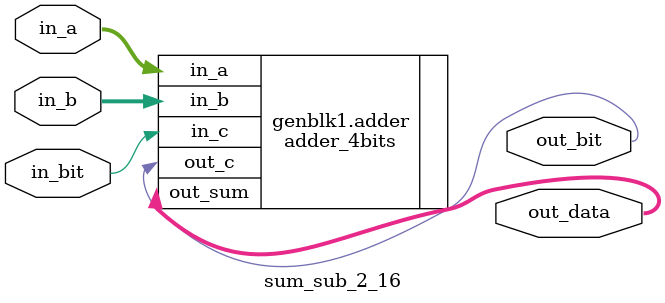
<source format=v>
`timescale 1ns / 1ps
module sum_sub_2_16(out_bit, in_bit, out_data, in_a, in_b);
parameter WIDTH = 4;
parameter mode = 1;
output out_bit; 
output [WIDTH-1 : 0] out_data;
input in_bit; 
input [WIDTH-1 : 0] in_a, in_b;

wire [WIDTH-2 : 0] outs;
generate
if (mode)
adder_4bits #(.WIDTH(WIDTH)) adder(.out_c(out_bit),
					.in_c(in_bit), 
					.out_sum(out_data), 
					.in_a(in_a), 
					.in_b(in_b));
											

else
subtractor_4bits #(.WIDTH(WIDTH)) subtractor(.out_borrow(out_bit),
						.in_borrow(in_bit), 
						.out_sub(out_data), 
						.in_a(in_a), 
						.in_b(in_b));

endgenerate

endmodule 

</source>
